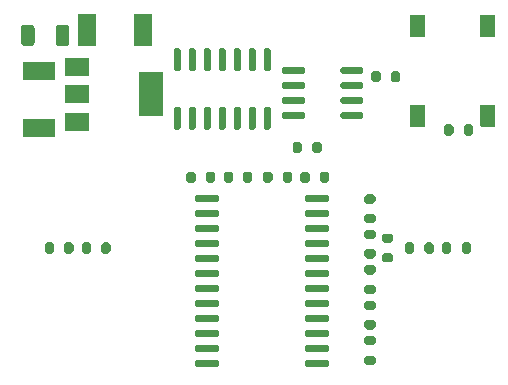
<source format=gtp>
G04 #@! TF.GenerationSoftware,KiCad,Pcbnew,5.1.10*
G04 #@! TF.CreationDate,2021-12-26T14:37:38-06:00*
G04 #@! TF.ProjectId,notawatch,6e6f7461-7761-4746-9368-2e6b69636164,1*
G04 #@! TF.SameCoordinates,Original*
G04 #@! TF.FileFunction,Paste,Top*
G04 #@! TF.FilePolarity,Positive*
%FSLAX46Y46*%
G04 Gerber Fmt 4.6, Leading zero omitted, Abs format (unit mm)*
G04 Created by KiCad (PCBNEW 5.1.10) date 2021-12-26 14:37:38*
%MOMM*%
%LPD*%
G01*
G04 APERTURE LIST*
%ADD10C,0.100000*%
%ADD11R,1.500000X2.700000*%
%ADD12R,2.700000X1.500000*%
%ADD13R,2.000000X3.800000*%
%ADD14R,2.000000X1.500000*%
G04 APERTURE END LIST*
D10*
G36*
X157350961Y-94310245D02*
G01*
X157353806Y-94300866D01*
X157358427Y-94292221D01*
X157364645Y-94284645D01*
X157372221Y-94278427D01*
X157380866Y-94273806D01*
X157390245Y-94270961D01*
X157400000Y-94270000D01*
X158550000Y-94270000D01*
X158559755Y-94270961D01*
X158569134Y-94273806D01*
X158577779Y-94278427D01*
X158585355Y-94284645D01*
X158591573Y-94292221D01*
X158596194Y-94300866D01*
X158599039Y-94310245D01*
X158600000Y-94320000D01*
X158600000Y-96100000D01*
X158599039Y-96109755D01*
X158596194Y-96119134D01*
X158591573Y-96127779D01*
X158585355Y-96135355D01*
X158577779Y-96141573D01*
X158569134Y-96146194D01*
X158559755Y-96149039D01*
X158550000Y-96150000D01*
X157400000Y-96150000D01*
X157390245Y-96149039D01*
X157380866Y-96146194D01*
X157372221Y-96141573D01*
X157364645Y-96135355D01*
X157358427Y-96127779D01*
X157353806Y-96119134D01*
X157350961Y-96109755D01*
X157350000Y-96100000D01*
X157350000Y-94320000D01*
X157350961Y-94310245D01*
G37*
G36*
X151400961Y-94310245D02*
G01*
X151403806Y-94300866D01*
X151408427Y-94292221D01*
X151414645Y-94284645D01*
X151422221Y-94278427D01*
X151430866Y-94273806D01*
X151440245Y-94270961D01*
X151450000Y-94270000D01*
X152600000Y-94270000D01*
X152609755Y-94270961D01*
X152619134Y-94273806D01*
X152627779Y-94278427D01*
X152635355Y-94284645D01*
X152641573Y-94292221D01*
X152646194Y-94300866D01*
X152649039Y-94310245D01*
X152650000Y-94320000D01*
X152650000Y-96100000D01*
X152649039Y-96109755D01*
X152646194Y-96119134D01*
X152641573Y-96127779D01*
X152635355Y-96135355D01*
X152627779Y-96141573D01*
X152619134Y-96146194D01*
X152609755Y-96149039D01*
X152600000Y-96150000D01*
X151450000Y-96150000D01*
X151440245Y-96149039D01*
X151430866Y-96146194D01*
X151422221Y-96141573D01*
X151414645Y-96135355D01*
X151408427Y-96127779D01*
X151403806Y-96119134D01*
X151400961Y-96109755D01*
X151400000Y-96100000D01*
X151400000Y-94320000D01*
X151400961Y-94310245D01*
G37*
G36*
X157350961Y-101890245D02*
G01*
X157353806Y-101880866D01*
X157358427Y-101872221D01*
X157364645Y-101864645D01*
X157372221Y-101858427D01*
X157380866Y-101853806D01*
X157390245Y-101850961D01*
X157400000Y-101850000D01*
X158550000Y-101850000D01*
X158559755Y-101850961D01*
X158569134Y-101853806D01*
X158577779Y-101858427D01*
X158585355Y-101864645D01*
X158591573Y-101872221D01*
X158596194Y-101880866D01*
X158599039Y-101890245D01*
X158600000Y-101900000D01*
X158600000Y-103680000D01*
X158599039Y-103689755D01*
X158596194Y-103699134D01*
X158591573Y-103707779D01*
X158585355Y-103715355D01*
X158577779Y-103721573D01*
X158569134Y-103726194D01*
X158559755Y-103729039D01*
X158550000Y-103730000D01*
X157400000Y-103730000D01*
X157390245Y-103729039D01*
X157380866Y-103726194D01*
X157372221Y-103721573D01*
X157364645Y-103715355D01*
X157358427Y-103707779D01*
X157353806Y-103699134D01*
X157350961Y-103689755D01*
X157350000Y-103680000D01*
X157350000Y-101900000D01*
X157350961Y-101890245D01*
G37*
G36*
X151400961Y-101890245D02*
G01*
X151403806Y-101880866D01*
X151408427Y-101872221D01*
X151414645Y-101864645D01*
X151422221Y-101858427D01*
X151430866Y-101853806D01*
X151440245Y-101850961D01*
X151450000Y-101850000D01*
X152600000Y-101850000D01*
X152609755Y-101850961D01*
X152619134Y-101853806D01*
X152627779Y-101858427D01*
X152635355Y-101864645D01*
X152641573Y-101872221D01*
X152646194Y-101880866D01*
X152649039Y-101890245D01*
X152650000Y-101900000D01*
X152650000Y-103680000D01*
X152649039Y-103689755D01*
X152646194Y-103699134D01*
X152641573Y-103707779D01*
X152635355Y-103715355D01*
X152627779Y-103721573D01*
X152619134Y-103726194D01*
X152609755Y-103729039D01*
X152600000Y-103730000D01*
X151450000Y-103730000D01*
X151440245Y-103729039D01*
X151430866Y-103726194D01*
X151422221Y-103721573D01*
X151414645Y-103715355D01*
X151408427Y-103707779D01*
X151403806Y-103699134D01*
X151400961Y-103689755D01*
X151400000Y-103680000D01*
X151400000Y-101900000D01*
X151400961Y-101890245D01*
G37*
D11*
X124000000Y-95500000D03*
X128800000Y-95500000D03*
G36*
G01*
X122550000Y-95349999D02*
X122550000Y-96650001D01*
G75*
G02*
X122300001Y-96900000I-249999J0D01*
G01*
X121649999Y-96900000D01*
G75*
G02*
X121400000Y-96650001I0J249999D01*
G01*
X121400000Y-95349999D01*
G75*
G02*
X121649999Y-95100000I249999J0D01*
G01*
X122300001Y-95100000D01*
G75*
G02*
X122550000Y-95349999I0J-249999D01*
G01*
G37*
G36*
G01*
X119600000Y-95349999D02*
X119600000Y-96650001D01*
G75*
G02*
X119350001Y-96900000I-249999J0D01*
G01*
X118699999Y-96900000D01*
G75*
G02*
X118450000Y-96650001I0J249999D01*
G01*
X118450000Y-95349999D01*
G75*
G02*
X118699999Y-95100000I249999J0D01*
G01*
X119350001Y-95100000D01*
G75*
G02*
X119600000Y-95349999I0J-249999D01*
G01*
G37*
D12*
X120000000Y-99000000D03*
X120000000Y-103800000D03*
G36*
G01*
X148275000Y-111900000D02*
X147725000Y-111900000D01*
G75*
G02*
X147525000Y-111700000I0J200000D01*
G01*
X147525000Y-111300000D01*
G75*
G02*
X147725000Y-111100000I200000J0D01*
G01*
X148275000Y-111100000D01*
G75*
G02*
X148475000Y-111300000I0J-200000D01*
G01*
X148475000Y-111700000D01*
G75*
G02*
X148275000Y-111900000I-200000J0D01*
G01*
G37*
G36*
G01*
X148275000Y-110250000D02*
X147725000Y-110250000D01*
G75*
G02*
X147525000Y-110050000I0J200000D01*
G01*
X147525000Y-109650000D01*
G75*
G02*
X147725000Y-109450000I200000J0D01*
G01*
X148275000Y-109450000D01*
G75*
G02*
X148475000Y-109650000I0J-200000D01*
G01*
X148475000Y-110050000D01*
G75*
G02*
X148275000Y-110250000I-200000J0D01*
G01*
G37*
G36*
G01*
X120450000Y-114275000D02*
X120450000Y-113725000D01*
G75*
G02*
X120650000Y-113525000I200000J0D01*
G01*
X121050000Y-113525000D01*
G75*
G02*
X121250000Y-113725000I0J-200000D01*
G01*
X121250000Y-114275000D01*
G75*
G02*
X121050000Y-114475000I-200000J0D01*
G01*
X120650000Y-114475000D01*
G75*
G02*
X120450000Y-114275000I0J200000D01*
G01*
G37*
G36*
G01*
X122100000Y-114275000D02*
X122100000Y-113725000D01*
G75*
G02*
X122300000Y-113525000I200000J0D01*
G01*
X122700000Y-113525000D01*
G75*
G02*
X122900000Y-113725000I0J-200000D01*
G01*
X122900000Y-114275000D01*
G75*
G02*
X122700000Y-114475000I-200000J0D01*
G01*
X122300000Y-114475000D01*
G75*
G02*
X122100000Y-114275000I0J200000D01*
G01*
G37*
G36*
G01*
X152600000Y-114275000D02*
X152600000Y-113725000D01*
G75*
G02*
X152800000Y-113525000I200000J0D01*
G01*
X153200000Y-113525000D01*
G75*
G02*
X153400000Y-113725000I0J-200000D01*
G01*
X153400000Y-114275000D01*
G75*
G02*
X153200000Y-114475000I-200000J0D01*
G01*
X152800000Y-114475000D01*
G75*
G02*
X152600000Y-114275000I0J200000D01*
G01*
G37*
G36*
G01*
X150950000Y-114275000D02*
X150950000Y-113725000D01*
G75*
G02*
X151150000Y-113525000I200000J0D01*
G01*
X151550000Y-113525000D01*
G75*
G02*
X151750000Y-113725000I0J-200000D01*
G01*
X151750000Y-114275000D01*
G75*
G02*
X151550000Y-114475000I-200000J0D01*
G01*
X151150000Y-114475000D01*
G75*
G02*
X150950000Y-114275000I0J200000D01*
G01*
G37*
G36*
G01*
X126050000Y-113725000D02*
X126050000Y-114275000D01*
G75*
G02*
X125850000Y-114475000I-200000J0D01*
G01*
X125450000Y-114475000D01*
G75*
G02*
X125250000Y-114275000I0J200000D01*
G01*
X125250000Y-113725000D01*
G75*
G02*
X125450000Y-113525000I200000J0D01*
G01*
X125850000Y-113525000D01*
G75*
G02*
X126050000Y-113725000I0J-200000D01*
G01*
G37*
G36*
G01*
X124400000Y-113725000D02*
X124400000Y-114275000D01*
G75*
G02*
X124200000Y-114475000I-200000J0D01*
G01*
X123800000Y-114475000D01*
G75*
G02*
X123600000Y-114275000I0J200000D01*
G01*
X123600000Y-113725000D01*
G75*
G02*
X123800000Y-113525000I200000J0D01*
G01*
X124200000Y-113525000D01*
G75*
G02*
X124400000Y-113725000I0J-200000D01*
G01*
G37*
G36*
G01*
X154900000Y-113725000D02*
X154900000Y-114275000D01*
G75*
G02*
X154700000Y-114475000I-200000J0D01*
G01*
X154300000Y-114475000D01*
G75*
G02*
X154100000Y-114275000I0J200000D01*
G01*
X154100000Y-113725000D01*
G75*
G02*
X154300000Y-113525000I200000J0D01*
G01*
X154700000Y-113525000D01*
G75*
G02*
X154900000Y-113725000I0J-200000D01*
G01*
G37*
G36*
G01*
X156550000Y-113725000D02*
X156550000Y-114275000D01*
G75*
G02*
X156350000Y-114475000I-200000J0D01*
G01*
X155950000Y-114475000D01*
G75*
G02*
X155750000Y-114275000I0J200000D01*
G01*
X155750000Y-113725000D01*
G75*
G02*
X155950000Y-113525000I200000J0D01*
G01*
X156350000Y-113525000D01*
G75*
G02*
X156550000Y-113725000I0J-200000D01*
G01*
G37*
G36*
G01*
X149225000Y-114425000D02*
X149775000Y-114425000D01*
G75*
G02*
X149975000Y-114625000I0J-200000D01*
G01*
X149975000Y-115025000D01*
G75*
G02*
X149775000Y-115225000I-200000J0D01*
G01*
X149225000Y-115225000D01*
G75*
G02*
X149025000Y-115025000I0J200000D01*
G01*
X149025000Y-114625000D01*
G75*
G02*
X149225000Y-114425000I200000J0D01*
G01*
G37*
G36*
G01*
X149225000Y-112775000D02*
X149775000Y-112775000D01*
G75*
G02*
X149975000Y-112975000I0J-200000D01*
G01*
X149975000Y-113375000D01*
G75*
G02*
X149775000Y-113575000I-200000J0D01*
G01*
X149225000Y-113575000D01*
G75*
G02*
X149025000Y-113375000I0J200000D01*
G01*
X149025000Y-112975000D01*
G75*
G02*
X149225000Y-112775000I200000J0D01*
G01*
G37*
G36*
G01*
X142250000Y-105225000D02*
X142250000Y-105775000D01*
G75*
G02*
X142050000Y-105975000I-200000J0D01*
G01*
X141650000Y-105975000D01*
G75*
G02*
X141450000Y-105775000I0J200000D01*
G01*
X141450000Y-105225000D01*
G75*
G02*
X141650000Y-105025000I200000J0D01*
G01*
X142050000Y-105025000D01*
G75*
G02*
X142250000Y-105225000I0J-200000D01*
G01*
G37*
G36*
G01*
X143900000Y-105225000D02*
X143900000Y-105775000D01*
G75*
G02*
X143700000Y-105975000I-200000J0D01*
G01*
X143300000Y-105975000D01*
G75*
G02*
X143100000Y-105775000I0J200000D01*
G01*
X143100000Y-105225000D01*
G75*
G02*
X143300000Y-105025000I200000J0D01*
G01*
X143700000Y-105025000D01*
G75*
G02*
X143900000Y-105225000I0J-200000D01*
G01*
G37*
G36*
G01*
X150550000Y-99225000D02*
X150550000Y-99775000D01*
G75*
G02*
X150350000Y-99975000I-200000J0D01*
G01*
X149950000Y-99975000D01*
G75*
G02*
X149750000Y-99775000I0J200000D01*
G01*
X149750000Y-99225000D01*
G75*
G02*
X149950000Y-99025000I200000J0D01*
G01*
X150350000Y-99025000D01*
G75*
G02*
X150550000Y-99225000I0J-200000D01*
G01*
G37*
G36*
G01*
X148900000Y-99225000D02*
X148900000Y-99775000D01*
G75*
G02*
X148700000Y-99975000I-200000J0D01*
G01*
X148300000Y-99975000D01*
G75*
G02*
X148100000Y-99775000I0J200000D01*
G01*
X148100000Y-99225000D01*
G75*
G02*
X148300000Y-99025000I200000J0D01*
G01*
X148700000Y-99025000D01*
G75*
G02*
X148900000Y-99225000I0J-200000D01*
G01*
G37*
G36*
G01*
X155075000Y-103725000D02*
X155075000Y-104275000D01*
G75*
G02*
X154875000Y-104475000I-200000J0D01*
G01*
X154475000Y-104475000D01*
G75*
G02*
X154275000Y-104275000I0J200000D01*
G01*
X154275000Y-103725000D01*
G75*
G02*
X154475000Y-103525000I200000J0D01*
G01*
X154875000Y-103525000D01*
G75*
G02*
X155075000Y-103725000I0J-200000D01*
G01*
G37*
G36*
G01*
X156725000Y-103725000D02*
X156725000Y-104275000D01*
G75*
G02*
X156525000Y-104475000I-200000J0D01*
G01*
X156125000Y-104475000D01*
G75*
G02*
X155925000Y-104275000I0J200000D01*
G01*
X155925000Y-103725000D01*
G75*
G02*
X156125000Y-103525000I200000J0D01*
G01*
X156525000Y-103525000D01*
G75*
G02*
X156725000Y-103725000I0J-200000D01*
G01*
G37*
G36*
G01*
X147725000Y-118450000D02*
X148275000Y-118450000D01*
G75*
G02*
X148475000Y-118650000I0J-200000D01*
G01*
X148475000Y-119050000D01*
G75*
G02*
X148275000Y-119250000I-200000J0D01*
G01*
X147725000Y-119250000D01*
G75*
G02*
X147525000Y-119050000I0J200000D01*
G01*
X147525000Y-118650000D01*
G75*
G02*
X147725000Y-118450000I200000J0D01*
G01*
G37*
G36*
G01*
X147725000Y-120100000D02*
X148275000Y-120100000D01*
G75*
G02*
X148475000Y-120300000I0J-200000D01*
G01*
X148475000Y-120700000D01*
G75*
G02*
X148275000Y-120900000I-200000J0D01*
G01*
X147725000Y-120900000D01*
G75*
G02*
X147525000Y-120700000I0J200000D01*
G01*
X147525000Y-120300000D01*
G75*
G02*
X147725000Y-120100000I200000J0D01*
G01*
G37*
G36*
G01*
X147725000Y-112450000D02*
X148275000Y-112450000D01*
G75*
G02*
X148475000Y-112650000I0J-200000D01*
G01*
X148475000Y-113050000D01*
G75*
G02*
X148275000Y-113250000I-200000J0D01*
G01*
X147725000Y-113250000D01*
G75*
G02*
X147525000Y-113050000I0J200000D01*
G01*
X147525000Y-112650000D01*
G75*
G02*
X147725000Y-112450000I200000J0D01*
G01*
G37*
G36*
G01*
X147725000Y-114100000D02*
X148275000Y-114100000D01*
G75*
G02*
X148475000Y-114300000I0J-200000D01*
G01*
X148475000Y-114700000D01*
G75*
G02*
X148275000Y-114900000I-200000J0D01*
G01*
X147725000Y-114900000D01*
G75*
G02*
X147525000Y-114700000I0J200000D01*
G01*
X147525000Y-114300000D01*
G75*
G02*
X147725000Y-114100000I200000J0D01*
G01*
G37*
G36*
G01*
X137250000Y-108275000D02*
X137250000Y-107725000D01*
G75*
G02*
X137450000Y-107525000I200000J0D01*
G01*
X137850000Y-107525000D01*
G75*
G02*
X138050000Y-107725000I0J-200000D01*
G01*
X138050000Y-108275000D01*
G75*
G02*
X137850000Y-108475000I-200000J0D01*
G01*
X137450000Y-108475000D01*
G75*
G02*
X137250000Y-108275000I0J200000D01*
G01*
G37*
G36*
G01*
X135600000Y-108275000D02*
X135600000Y-107725000D01*
G75*
G02*
X135800000Y-107525000I200000J0D01*
G01*
X136200000Y-107525000D01*
G75*
G02*
X136400000Y-107725000I0J-200000D01*
G01*
X136400000Y-108275000D01*
G75*
G02*
X136200000Y-108475000I-200000J0D01*
G01*
X135800000Y-108475000D01*
G75*
G02*
X135600000Y-108275000I0J200000D01*
G01*
G37*
G36*
G01*
X143750000Y-108275000D02*
X143750000Y-107725000D01*
G75*
G02*
X143950000Y-107525000I200000J0D01*
G01*
X144350000Y-107525000D01*
G75*
G02*
X144550000Y-107725000I0J-200000D01*
G01*
X144550000Y-108275000D01*
G75*
G02*
X144350000Y-108475000I-200000J0D01*
G01*
X143950000Y-108475000D01*
G75*
G02*
X143750000Y-108275000I0J200000D01*
G01*
G37*
G36*
G01*
X142100000Y-108275000D02*
X142100000Y-107725000D01*
G75*
G02*
X142300000Y-107525000I200000J0D01*
G01*
X142700000Y-107525000D01*
G75*
G02*
X142900000Y-107725000I0J-200000D01*
G01*
X142900000Y-108275000D01*
G75*
G02*
X142700000Y-108475000I-200000J0D01*
G01*
X142300000Y-108475000D01*
G75*
G02*
X142100000Y-108275000I0J200000D01*
G01*
G37*
G36*
G01*
X147725000Y-121450000D02*
X148275000Y-121450000D01*
G75*
G02*
X148475000Y-121650000I0J-200000D01*
G01*
X148475000Y-122050000D01*
G75*
G02*
X148275000Y-122250000I-200000J0D01*
G01*
X147725000Y-122250000D01*
G75*
G02*
X147525000Y-122050000I0J200000D01*
G01*
X147525000Y-121650000D01*
G75*
G02*
X147725000Y-121450000I200000J0D01*
G01*
G37*
G36*
G01*
X147725000Y-123100000D02*
X148275000Y-123100000D01*
G75*
G02*
X148475000Y-123300000I0J-200000D01*
G01*
X148475000Y-123700000D01*
G75*
G02*
X148275000Y-123900000I-200000J0D01*
G01*
X147725000Y-123900000D01*
G75*
G02*
X147525000Y-123700000I0J200000D01*
G01*
X147525000Y-123300000D01*
G75*
G02*
X147725000Y-123100000I200000J0D01*
G01*
G37*
G36*
G01*
X147725000Y-117100000D02*
X148275000Y-117100000D01*
G75*
G02*
X148475000Y-117300000I0J-200000D01*
G01*
X148475000Y-117700000D01*
G75*
G02*
X148275000Y-117900000I-200000J0D01*
G01*
X147725000Y-117900000D01*
G75*
G02*
X147525000Y-117700000I0J200000D01*
G01*
X147525000Y-117300000D01*
G75*
G02*
X147725000Y-117100000I200000J0D01*
G01*
G37*
G36*
G01*
X147725000Y-115450000D02*
X148275000Y-115450000D01*
G75*
G02*
X148475000Y-115650000I0J-200000D01*
G01*
X148475000Y-116050000D01*
G75*
G02*
X148275000Y-116250000I-200000J0D01*
G01*
X147725000Y-116250000D01*
G75*
G02*
X147525000Y-116050000I0J200000D01*
G01*
X147525000Y-115650000D01*
G75*
G02*
X147725000Y-115450000I200000J0D01*
G01*
G37*
G36*
G01*
X132450000Y-108275000D02*
X132450000Y-107725000D01*
G75*
G02*
X132650000Y-107525000I200000J0D01*
G01*
X133050000Y-107525000D01*
G75*
G02*
X133250000Y-107725000I0J-200000D01*
G01*
X133250000Y-108275000D01*
G75*
G02*
X133050000Y-108475000I-200000J0D01*
G01*
X132650000Y-108475000D01*
G75*
G02*
X132450000Y-108275000I0J200000D01*
G01*
G37*
G36*
G01*
X134100000Y-108275000D02*
X134100000Y-107725000D01*
G75*
G02*
X134300000Y-107525000I200000J0D01*
G01*
X134700000Y-107525000D01*
G75*
G02*
X134900000Y-107725000I0J-200000D01*
G01*
X134900000Y-108275000D01*
G75*
G02*
X134700000Y-108475000I-200000J0D01*
G01*
X134300000Y-108475000D01*
G75*
G02*
X134100000Y-108275000I0J200000D01*
G01*
G37*
G36*
G01*
X138950000Y-108275000D02*
X138950000Y-107725000D01*
G75*
G02*
X139150000Y-107525000I200000J0D01*
G01*
X139550000Y-107525000D01*
G75*
G02*
X139750000Y-107725000I0J-200000D01*
G01*
X139750000Y-108275000D01*
G75*
G02*
X139550000Y-108475000I-200000J0D01*
G01*
X139150000Y-108475000D01*
G75*
G02*
X138950000Y-108275000I0J200000D01*
G01*
G37*
G36*
G01*
X140600000Y-108275000D02*
X140600000Y-107725000D01*
G75*
G02*
X140800000Y-107525000I200000J0D01*
G01*
X141200000Y-107525000D01*
G75*
G02*
X141400000Y-107725000I0J-200000D01*
G01*
X141400000Y-108275000D01*
G75*
G02*
X141200000Y-108475000I-200000J0D01*
G01*
X140800000Y-108475000D01*
G75*
G02*
X140600000Y-108275000I0J200000D01*
G01*
G37*
D13*
X129500000Y-101000000D03*
D14*
X123200000Y-101000000D03*
X123200000Y-103300000D03*
X123200000Y-98700000D03*
G36*
G01*
X139160000Y-97075000D02*
X139460000Y-97075000D01*
G75*
G02*
X139610000Y-97225000I0J-150000D01*
G01*
X139610000Y-98875000D01*
G75*
G02*
X139460000Y-99025000I-150000J0D01*
G01*
X139160000Y-99025000D01*
G75*
G02*
X139010000Y-98875000I0J150000D01*
G01*
X139010000Y-97225000D01*
G75*
G02*
X139160000Y-97075000I150000J0D01*
G01*
G37*
G36*
G01*
X137890000Y-97075000D02*
X138190000Y-97075000D01*
G75*
G02*
X138340000Y-97225000I0J-150000D01*
G01*
X138340000Y-98875000D01*
G75*
G02*
X138190000Y-99025000I-150000J0D01*
G01*
X137890000Y-99025000D01*
G75*
G02*
X137740000Y-98875000I0J150000D01*
G01*
X137740000Y-97225000D01*
G75*
G02*
X137890000Y-97075000I150000J0D01*
G01*
G37*
G36*
G01*
X136620000Y-97075000D02*
X136920000Y-97075000D01*
G75*
G02*
X137070000Y-97225000I0J-150000D01*
G01*
X137070000Y-98875000D01*
G75*
G02*
X136920000Y-99025000I-150000J0D01*
G01*
X136620000Y-99025000D01*
G75*
G02*
X136470000Y-98875000I0J150000D01*
G01*
X136470000Y-97225000D01*
G75*
G02*
X136620000Y-97075000I150000J0D01*
G01*
G37*
G36*
G01*
X135350000Y-97075000D02*
X135650000Y-97075000D01*
G75*
G02*
X135800000Y-97225000I0J-150000D01*
G01*
X135800000Y-98875000D01*
G75*
G02*
X135650000Y-99025000I-150000J0D01*
G01*
X135350000Y-99025000D01*
G75*
G02*
X135200000Y-98875000I0J150000D01*
G01*
X135200000Y-97225000D01*
G75*
G02*
X135350000Y-97075000I150000J0D01*
G01*
G37*
G36*
G01*
X134080000Y-97075000D02*
X134380000Y-97075000D01*
G75*
G02*
X134530000Y-97225000I0J-150000D01*
G01*
X134530000Y-98875000D01*
G75*
G02*
X134380000Y-99025000I-150000J0D01*
G01*
X134080000Y-99025000D01*
G75*
G02*
X133930000Y-98875000I0J150000D01*
G01*
X133930000Y-97225000D01*
G75*
G02*
X134080000Y-97075000I150000J0D01*
G01*
G37*
G36*
G01*
X132810000Y-97075000D02*
X133110000Y-97075000D01*
G75*
G02*
X133260000Y-97225000I0J-150000D01*
G01*
X133260000Y-98875000D01*
G75*
G02*
X133110000Y-99025000I-150000J0D01*
G01*
X132810000Y-99025000D01*
G75*
G02*
X132660000Y-98875000I0J150000D01*
G01*
X132660000Y-97225000D01*
G75*
G02*
X132810000Y-97075000I150000J0D01*
G01*
G37*
G36*
G01*
X131540000Y-97075000D02*
X131840000Y-97075000D01*
G75*
G02*
X131990000Y-97225000I0J-150000D01*
G01*
X131990000Y-98875000D01*
G75*
G02*
X131840000Y-99025000I-150000J0D01*
G01*
X131540000Y-99025000D01*
G75*
G02*
X131390000Y-98875000I0J150000D01*
G01*
X131390000Y-97225000D01*
G75*
G02*
X131540000Y-97075000I150000J0D01*
G01*
G37*
G36*
G01*
X131540000Y-102025000D02*
X131840000Y-102025000D01*
G75*
G02*
X131990000Y-102175000I0J-150000D01*
G01*
X131990000Y-103825000D01*
G75*
G02*
X131840000Y-103975000I-150000J0D01*
G01*
X131540000Y-103975000D01*
G75*
G02*
X131390000Y-103825000I0J150000D01*
G01*
X131390000Y-102175000D01*
G75*
G02*
X131540000Y-102025000I150000J0D01*
G01*
G37*
G36*
G01*
X132810000Y-102025000D02*
X133110000Y-102025000D01*
G75*
G02*
X133260000Y-102175000I0J-150000D01*
G01*
X133260000Y-103825000D01*
G75*
G02*
X133110000Y-103975000I-150000J0D01*
G01*
X132810000Y-103975000D01*
G75*
G02*
X132660000Y-103825000I0J150000D01*
G01*
X132660000Y-102175000D01*
G75*
G02*
X132810000Y-102025000I150000J0D01*
G01*
G37*
G36*
G01*
X134080000Y-102025000D02*
X134380000Y-102025000D01*
G75*
G02*
X134530000Y-102175000I0J-150000D01*
G01*
X134530000Y-103825000D01*
G75*
G02*
X134380000Y-103975000I-150000J0D01*
G01*
X134080000Y-103975000D01*
G75*
G02*
X133930000Y-103825000I0J150000D01*
G01*
X133930000Y-102175000D01*
G75*
G02*
X134080000Y-102025000I150000J0D01*
G01*
G37*
G36*
G01*
X135350000Y-102025000D02*
X135650000Y-102025000D01*
G75*
G02*
X135800000Y-102175000I0J-150000D01*
G01*
X135800000Y-103825000D01*
G75*
G02*
X135650000Y-103975000I-150000J0D01*
G01*
X135350000Y-103975000D01*
G75*
G02*
X135200000Y-103825000I0J150000D01*
G01*
X135200000Y-102175000D01*
G75*
G02*
X135350000Y-102025000I150000J0D01*
G01*
G37*
G36*
G01*
X136620000Y-102025000D02*
X136920000Y-102025000D01*
G75*
G02*
X137070000Y-102175000I0J-150000D01*
G01*
X137070000Y-103825000D01*
G75*
G02*
X136920000Y-103975000I-150000J0D01*
G01*
X136620000Y-103975000D01*
G75*
G02*
X136470000Y-103825000I0J150000D01*
G01*
X136470000Y-102175000D01*
G75*
G02*
X136620000Y-102025000I150000J0D01*
G01*
G37*
G36*
G01*
X137890000Y-102025000D02*
X138190000Y-102025000D01*
G75*
G02*
X138340000Y-102175000I0J-150000D01*
G01*
X138340000Y-103825000D01*
G75*
G02*
X138190000Y-103975000I-150000J0D01*
G01*
X137890000Y-103975000D01*
G75*
G02*
X137740000Y-103825000I0J150000D01*
G01*
X137740000Y-102175000D01*
G75*
G02*
X137890000Y-102025000I150000J0D01*
G01*
G37*
G36*
G01*
X139160000Y-102025000D02*
X139460000Y-102025000D01*
G75*
G02*
X139610000Y-102175000I0J-150000D01*
G01*
X139610000Y-103825000D01*
G75*
G02*
X139460000Y-103975000I-150000J0D01*
G01*
X139160000Y-103975000D01*
G75*
G02*
X139010000Y-103825000I0J150000D01*
G01*
X139010000Y-102175000D01*
G75*
G02*
X139160000Y-102025000I150000J0D01*
G01*
G37*
G36*
G01*
X147450000Y-102620000D02*
X147450000Y-102920000D01*
G75*
G02*
X147300000Y-103070000I-150000J0D01*
G01*
X145650000Y-103070000D01*
G75*
G02*
X145500000Y-102920000I0J150000D01*
G01*
X145500000Y-102620000D01*
G75*
G02*
X145650000Y-102470000I150000J0D01*
G01*
X147300000Y-102470000D01*
G75*
G02*
X147450000Y-102620000I0J-150000D01*
G01*
G37*
G36*
G01*
X147450000Y-101350000D02*
X147450000Y-101650000D01*
G75*
G02*
X147300000Y-101800000I-150000J0D01*
G01*
X145650000Y-101800000D01*
G75*
G02*
X145500000Y-101650000I0J150000D01*
G01*
X145500000Y-101350000D01*
G75*
G02*
X145650000Y-101200000I150000J0D01*
G01*
X147300000Y-101200000D01*
G75*
G02*
X147450000Y-101350000I0J-150000D01*
G01*
G37*
G36*
G01*
X147450000Y-100080000D02*
X147450000Y-100380000D01*
G75*
G02*
X147300000Y-100530000I-150000J0D01*
G01*
X145650000Y-100530000D01*
G75*
G02*
X145500000Y-100380000I0J150000D01*
G01*
X145500000Y-100080000D01*
G75*
G02*
X145650000Y-99930000I150000J0D01*
G01*
X147300000Y-99930000D01*
G75*
G02*
X147450000Y-100080000I0J-150000D01*
G01*
G37*
G36*
G01*
X147450000Y-98810000D02*
X147450000Y-99110000D01*
G75*
G02*
X147300000Y-99260000I-150000J0D01*
G01*
X145650000Y-99260000D01*
G75*
G02*
X145500000Y-99110000I0J150000D01*
G01*
X145500000Y-98810000D01*
G75*
G02*
X145650000Y-98660000I150000J0D01*
G01*
X147300000Y-98660000D01*
G75*
G02*
X147450000Y-98810000I0J-150000D01*
G01*
G37*
G36*
G01*
X142500000Y-98810000D02*
X142500000Y-99110000D01*
G75*
G02*
X142350000Y-99260000I-150000J0D01*
G01*
X140700000Y-99260000D01*
G75*
G02*
X140550000Y-99110000I0J150000D01*
G01*
X140550000Y-98810000D01*
G75*
G02*
X140700000Y-98660000I150000J0D01*
G01*
X142350000Y-98660000D01*
G75*
G02*
X142500000Y-98810000I0J-150000D01*
G01*
G37*
G36*
G01*
X142500000Y-100080000D02*
X142500000Y-100380000D01*
G75*
G02*
X142350000Y-100530000I-150000J0D01*
G01*
X140700000Y-100530000D01*
G75*
G02*
X140550000Y-100380000I0J150000D01*
G01*
X140550000Y-100080000D01*
G75*
G02*
X140700000Y-99930000I150000J0D01*
G01*
X142350000Y-99930000D01*
G75*
G02*
X142500000Y-100080000I0J-150000D01*
G01*
G37*
G36*
G01*
X142500000Y-101350000D02*
X142500000Y-101650000D01*
G75*
G02*
X142350000Y-101800000I-150000J0D01*
G01*
X140700000Y-101800000D01*
G75*
G02*
X140550000Y-101650000I0J150000D01*
G01*
X140550000Y-101350000D01*
G75*
G02*
X140700000Y-101200000I150000J0D01*
G01*
X142350000Y-101200000D01*
G75*
G02*
X142500000Y-101350000I0J-150000D01*
G01*
G37*
G36*
G01*
X142500000Y-102620000D02*
X142500000Y-102920000D01*
G75*
G02*
X142350000Y-103070000I-150000J0D01*
G01*
X140700000Y-103070000D01*
G75*
G02*
X140550000Y-102920000I0J150000D01*
G01*
X140550000Y-102620000D01*
G75*
G02*
X140700000Y-102470000I150000J0D01*
G01*
X142350000Y-102470000D01*
G75*
G02*
X142500000Y-102620000I0J-150000D01*
G01*
G37*
G36*
G01*
X133175000Y-109950000D02*
X133175000Y-109650000D01*
G75*
G02*
X133325000Y-109500000I150000J0D01*
G01*
X135075000Y-109500000D01*
G75*
G02*
X135225000Y-109650000I0J-150000D01*
G01*
X135225000Y-109950000D01*
G75*
G02*
X135075000Y-110100000I-150000J0D01*
G01*
X133325000Y-110100000D01*
G75*
G02*
X133175000Y-109950000I0J150000D01*
G01*
G37*
G36*
G01*
X133175000Y-111220000D02*
X133175000Y-110920000D01*
G75*
G02*
X133325000Y-110770000I150000J0D01*
G01*
X135075000Y-110770000D01*
G75*
G02*
X135225000Y-110920000I0J-150000D01*
G01*
X135225000Y-111220000D01*
G75*
G02*
X135075000Y-111370000I-150000J0D01*
G01*
X133325000Y-111370000D01*
G75*
G02*
X133175000Y-111220000I0J150000D01*
G01*
G37*
G36*
G01*
X133175000Y-112490000D02*
X133175000Y-112190000D01*
G75*
G02*
X133325000Y-112040000I150000J0D01*
G01*
X135075000Y-112040000D01*
G75*
G02*
X135225000Y-112190000I0J-150000D01*
G01*
X135225000Y-112490000D01*
G75*
G02*
X135075000Y-112640000I-150000J0D01*
G01*
X133325000Y-112640000D01*
G75*
G02*
X133175000Y-112490000I0J150000D01*
G01*
G37*
G36*
G01*
X133175000Y-113760000D02*
X133175000Y-113460000D01*
G75*
G02*
X133325000Y-113310000I150000J0D01*
G01*
X135075000Y-113310000D01*
G75*
G02*
X135225000Y-113460000I0J-150000D01*
G01*
X135225000Y-113760000D01*
G75*
G02*
X135075000Y-113910000I-150000J0D01*
G01*
X133325000Y-113910000D01*
G75*
G02*
X133175000Y-113760000I0J150000D01*
G01*
G37*
G36*
G01*
X133175000Y-115030000D02*
X133175000Y-114730000D01*
G75*
G02*
X133325000Y-114580000I150000J0D01*
G01*
X135075000Y-114580000D01*
G75*
G02*
X135225000Y-114730000I0J-150000D01*
G01*
X135225000Y-115030000D01*
G75*
G02*
X135075000Y-115180000I-150000J0D01*
G01*
X133325000Y-115180000D01*
G75*
G02*
X133175000Y-115030000I0J150000D01*
G01*
G37*
G36*
G01*
X133175000Y-116300000D02*
X133175000Y-116000000D01*
G75*
G02*
X133325000Y-115850000I150000J0D01*
G01*
X135075000Y-115850000D01*
G75*
G02*
X135225000Y-116000000I0J-150000D01*
G01*
X135225000Y-116300000D01*
G75*
G02*
X135075000Y-116450000I-150000J0D01*
G01*
X133325000Y-116450000D01*
G75*
G02*
X133175000Y-116300000I0J150000D01*
G01*
G37*
G36*
G01*
X133175000Y-117570000D02*
X133175000Y-117270000D01*
G75*
G02*
X133325000Y-117120000I150000J0D01*
G01*
X135075000Y-117120000D01*
G75*
G02*
X135225000Y-117270000I0J-150000D01*
G01*
X135225000Y-117570000D01*
G75*
G02*
X135075000Y-117720000I-150000J0D01*
G01*
X133325000Y-117720000D01*
G75*
G02*
X133175000Y-117570000I0J150000D01*
G01*
G37*
G36*
G01*
X133175000Y-118840000D02*
X133175000Y-118540000D01*
G75*
G02*
X133325000Y-118390000I150000J0D01*
G01*
X135075000Y-118390000D01*
G75*
G02*
X135225000Y-118540000I0J-150000D01*
G01*
X135225000Y-118840000D01*
G75*
G02*
X135075000Y-118990000I-150000J0D01*
G01*
X133325000Y-118990000D01*
G75*
G02*
X133175000Y-118840000I0J150000D01*
G01*
G37*
G36*
G01*
X133175000Y-120110000D02*
X133175000Y-119810000D01*
G75*
G02*
X133325000Y-119660000I150000J0D01*
G01*
X135075000Y-119660000D01*
G75*
G02*
X135225000Y-119810000I0J-150000D01*
G01*
X135225000Y-120110000D01*
G75*
G02*
X135075000Y-120260000I-150000J0D01*
G01*
X133325000Y-120260000D01*
G75*
G02*
X133175000Y-120110000I0J150000D01*
G01*
G37*
G36*
G01*
X133175000Y-121380000D02*
X133175000Y-121080000D01*
G75*
G02*
X133325000Y-120930000I150000J0D01*
G01*
X135075000Y-120930000D01*
G75*
G02*
X135225000Y-121080000I0J-150000D01*
G01*
X135225000Y-121380000D01*
G75*
G02*
X135075000Y-121530000I-150000J0D01*
G01*
X133325000Y-121530000D01*
G75*
G02*
X133175000Y-121380000I0J150000D01*
G01*
G37*
G36*
G01*
X133175000Y-122650000D02*
X133175000Y-122350000D01*
G75*
G02*
X133325000Y-122200000I150000J0D01*
G01*
X135075000Y-122200000D01*
G75*
G02*
X135225000Y-122350000I0J-150000D01*
G01*
X135225000Y-122650000D01*
G75*
G02*
X135075000Y-122800000I-150000J0D01*
G01*
X133325000Y-122800000D01*
G75*
G02*
X133175000Y-122650000I0J150000D01*
G01*
G37*
G36*
G01*
X133175000Y-123920000D02*
X133175000Y-123620000D01*
G75*
G02*
X133325000Y-123470000I150000J0D01*
G01*
X135075000Y-123470000D01*
G75*
G02*
X135225000Y-123620000I0J-150000D01*
G01*
X135225000Y-123920000D01*
G75*
G02*
X135075000Y-124070000I-150000J0D01*
G01*
X133325000Y-124070000D01*
G75*
G02*
X133175000Y-123920000I0J150000D01*
G01*
G37*
G36*
G01*
X142475000Y-123920000D02*
X142475000Y-123620000D01*
G75*
G02*
X142625000Y-123470000I150000J0D01*
G01*
X144375000Y-123470000D01*
G75*
G02*
X144525000Y-123620000I0J-150000D01*
G01*
X144525000Y-123920000D01*
G75*
G02*
X144375000Y-124070000I-150000J0D01*
G01*
X142625000Y-124070000D01*
G75*
G02*
X142475000Y-123920000I0J150000D01*
G01*
G37*
G36*
G01*
X142475000Y-122650000D02*
X142475000Y-122350000D01*
G75*
G02*
X142625000Y-122200000I150000J0D01*
G01*
X144375000Y-122200000D01*
G75*
G02*
X144525000Y-122350000I0J-150000D01*
G01*
X144525000Y-122650000D01*
G75*
G02*
X144375000Y-122800000I-150000J0D01*
G01*
X142625000Y-122800000D01*
G75*
G02*
X142475000Y-122650000I0J150000D01*
G01*
G37*
G36*
G01*
X142475000Y-121380000D02*
X142475000Y-121080000D01*
G75*
G02*
X142625000Y-120930000I150000J0D01*
G01*
X144375000Y-120930000D01*
G75*
G02*
X144525000Y-121080000I0J-150000D01*
G01*
X144525000Y-121380000D01*
G75*
G02*
X144375000Y-121530000I-150000J0D01*
G01*
X142625000Y-121530000D01*
G75*
G02*
X142475000Y-121380000I0J150000D01*
G01*
G37*
G36*
G01*
X142475000Y-120110000D02*
X142475000Y-119810000D01*
G75*
G02*
X142625000Y-119660000I150000J0D01*
G01*
X144375000Y-119660000D01*
G75*
G02*
X144525000Y-119810000I0J-150000D01*
G01*
X144525000Y-120110000D01*
G75*
G02*
X144375000Y-120260000I-150000J0D01*
G01*
X142625000Y-120260000D01*
G75*
G02*
X142475000Y-120110000I0J150000D01*
G01*
G37*
G36*
G01*
X142475000Y-118840000D02*
X142475000Y-118540000D01*
G75*
G02*
X142625000Y-118390000I150000J0D01*
G01*
X144375000Y-118390000D01*
G75*
G02*
X144525000Y-118540000I0J-150000D01*
G01*
X144525000Y-118840000D01*
G75*
G02*
X144375000Y-118990000I-150000J0D01*
G01*
X142625000Y-118990000D01*
G75*
G02*
X142475000Y-118840000I0J150000D01*
G01*
G37*
G36*
G01*
X142475000Y-117570000D02*
X142475000Y-117270000D01*
G75*
G02*
X142625000Y-117120000I150000J0D01*
G01*
X144375000Y-117120000D01*
G75*
G02*
X144525000Y-117270000I0J-150000D01*
G01*
X144525000Y-117570000D01*
G75*
G02*
X144375000Y-117720000I-150000J0D01*
G01*
X142625000Y-117720000D01*
G75*
G02*
X142475000Y-117570000I0J150000D01*
G01*
G37*
G36*
G01*
X142475000Y-116300000D02*
X142475000Y-116000000D01*
G75*
G02*
X142625000Y-115850000I150000J0D01*
G01*
X144375000Y-115850000D01*
G75*
G02*
X144525000Y-116000000I0J-150000D01*
G01*
X144525000Y-116300000D01*
G75*
G02*
X144375000Y-116450000I-150000J0D01*
G01*
X142625000Y-116450000D01*
G75*
G02*
X142475000Y-116300000I0J150000D01*
G01*
G37*
G36*
G01*
X142475000Y-115030000D02*
X142475000Y-114730000D01*
G75*
G02*
X142625000Y-114580000I150000J0D01*
G01*
X144375000Y-114580000D01*
G75*
G02*
X144525000Y-114730000I0J-150000D01*
G01*
X144525000Y-115030000D01*
G75*
G02*
X144375000Y-115180000I-150000J0D01*
G01*
X142625000Y-115180000D01*
G75*
G02*
X142475000Y-115030000I0J150000D01*
G01*
G37*
G36*
G01*
X142475000Y-113760000D02*
X142475000Y-113460000D01*
G75*
G02*
X142625000Y-113310000I150000J0D01*
G01*
X144375000Y-113310000D01*
G75*
G02*
X144525000Y-113460000I0J-150000D01*
G01*
X144525000Y-113760000D01*
G75*
G02*
X144375000Y-113910000I-150000J0D01*
G01*
X142625000Y-113910000D01*
G75*
G02*
X142475000Y-113760000I0J150000D01*
G01*
G37*
G36*
G01*
X142475000Y-112490000D02*
X142475000Y-112190000D01*
G75*
G02*
X142625000Y-112040000I150000J0D01*
G01*
X144375000Y-112040000D01*
G75*
G02*
X144525000Y-112190000I0J-150000D01*
G01*
X144525000Y-112490000D01*
G75*
G02*
X144375000Y-112640000I-150000J0D01*
G01*
X142625000Y-112640000D01*
G75*
G02*
X142475000Y-112490000I0J150000D01*
G01*
G37*
G36*
G01*
X142475000Y-111220000D02*
X142475000Y-110920000D01*
G75*
G02*
X142625000Y-110770000I150000J0D01*
G01*
X144375000Y-110770000D01*
G75*
G02*
X144525000Y-110920000I0J-150000D01*
G01*
X144525000Y-111220000D01*
G75*
G02*
X144375000Y-111370000I-150000J0D01*
G01*
X142625000Y-111370000D01*
G75*
G02*
X142475000Y-111220000I0J150000D01*
G01*
G37*
G36*
G01*
X142475000Y-109950000D02*
X142475000Y-109650000D01*
G75*
G02*
X142625000Y-109500000I150000J0D01*
G01*
X144375000Y-109500000D01*
G75*
G02*
X144525000Y-109650000I0J-150000D01*
G01*
X144525000Y-109950000D01*
G75*
G02*
X144375000Y-110100000I-150000J0D01*
G01*
X142625000Y-110100000D01*
G75*
G02*
X142475000Y-109950000I0J150000D01*
G01*
G37*
M02*

</source>
